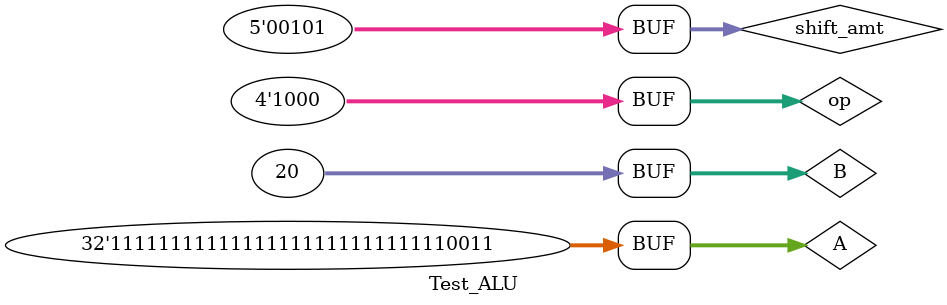
<source format=v>
module ALU (A,B,op,shift_amt,Result,overflow);


input signed [31:0] A,B ;
input [3:0] op;
input [4:0] shift_amt;
output reg signed [31:0] Result;
output reg overflow;
wire [31:0] Neg_B;


assign Neg_B = -B;


always@(op or A or B)
begin
case(op)

//add
0 : begin
    Result = A+B;
    overflow = (A[31]==B[31] && Result[31]!=A[31])? 1:0 ;
    end


//sub
1 : begin
    Result = A-B;
    overflow = (A[31] == Neg_B[31]  && Result[31]!=A[31])? 1:0;
    end

//and
2 : Result <= A&B;

//or
3 : Result <= A|B ;

//sll
4 : Result <= A << shift_amt ;

//srl
5 : Result <= A >> shift_amt ;

//sra
6 : Result <= A >>> shift_amt;

//Greaterthan
7 : Result <= (A>B) ? 1:0 ;

//less than 
8 : Result <= (A<B) ? 1:0 ;


endcase
end
endmodule





module Test_ALU ;

reg [31:0] A,B;
reg [3:0] op;
reg [4:0] shift_amt;
wire [31:0] Result;
wire overflow;

ALU MyAlu (A,B,op,shift_amt,Result,overflow);


initial 
begin

//add
$display ("Addition");
$monitor(" A=%d , B=%d , A+B=%d , overflow=%d " , A,B,Result,overflow); 

op <= 0;
A <= 12;  
B <= 15;

#5
A = (2**31)-1 ;
B= 5;

//sub
#5
$display ("\nsubtraction");
$monitor(" A=%d , B=%d , A-B=%d , overflow=%d " , A,B,Result,overflow); 

op <=1;
A=300;
B=200;

#5
A= -(2**31);
B= 100;

//and
#5
$display ("\nand");
$monitor(" A=%b , B=%b , A & B=%b " , A,B,Result);

op <=2;
A=32'b01010100101100101001010110111111;
B=32'b11111111111111100010110100101010;

//or
#5
$display ("\nor");
$monitor(" A=%b , B=%b , A | B =%b " , A,B,Result);

op <=3;
A=32'b01010100101100101001010110111111;
B=32'b11111111111111100010110100101010;

//sll
#5
$display ("\nshift left");
$monitor(" A=%b ,shift_amt=%d, Result =%b " ,A,shift_amt,Result);

op <=4;
A=32'b11111111111111111111111111111111;
shift_amt = 5;


//srl
#5
$display ("\nshift right logical,");
$monitor(" A= %b ,shift_amt =%d, Result =%b " ,A,shift_amt,Result);

op <=5;
A=32'b11111111111111111111111111111111;
shift_amt = 5;


//sra
#5
$display ("\nshift right arithmetic");
$monitor(" A= %b ,shift_amt =%d, Result =%b " ,A,shift_amt,Result);

op <=6;
A=32'b11111111111111111111111111110000;
shift_amt = 5;

//greater_than
#5
$display ("\ngreater_than(Result=1 if A>B)n");
$monitor(" A= %d , B =%d, Result =%d " ,A,B,Result);

op <=7;
A=5555;
B=999999;

//less_than
#5
$display ("\nless_than (Result=1 if A<B)");
$monitor(" A= %d , B=%d, Result=%d " ,A,B,Result);

op <=8;
A=-13;
B=20;

end


endmodule

</source>
